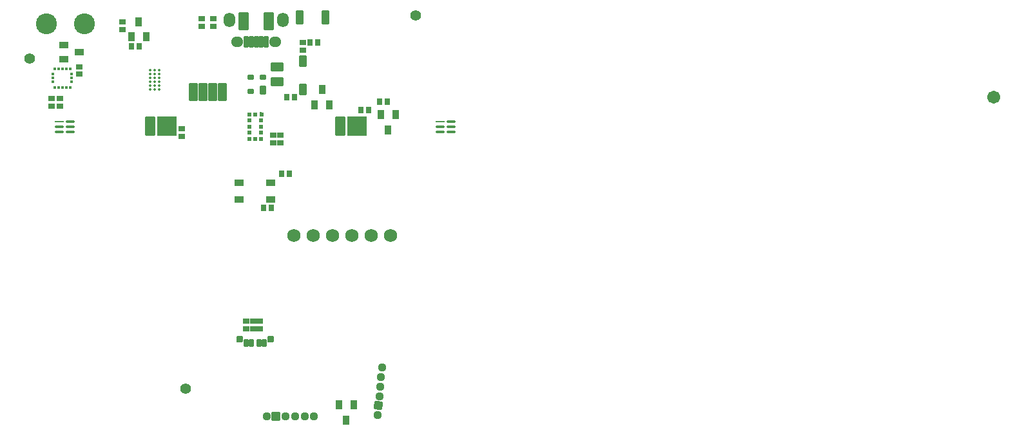
<source format=gbr>
%TF.GenerationSoftware,KiCad,Pcbnew,9.0.6*%
%TF.CreationDate,2025-12-03T15:23:28+01:00*%
%TF.ProjectId,Spinmodule,5370696e-6d6f-4647-956c-652e6b696361,rev?*%
%TF.SameCoordinates,Original*%
%TF.FileFunction,Soldermask,Top*%
%TF.FilePolarity,Negative*%
%FSLAX46Y46*%
G04 Gerber Fmt 4.6, Leading zero omitted, Abs format (unit mm)*
G04 Created by KiCad (PCBNEW 9.0.6) date 2025-12-03 15:23:28*
%MOMM*%
%LPD*%
G01*
G04 APERTURE LIST*
G04 Aperture macros list*
%AMRoundRect*
0 Rectangle with rounded corners*
0 $1 Rounding radius*
0 $2 $3 $4 $5 $6 $7 $8 $9 X,Y pos of 4 corners*
0 Add a 4 corners polygon primitive as box body*
4,1,4,$2,$3,$4,$5,$6,$7,$8,$9,$2,$3,0*
0 Add four circle primitives for the rounded corners*
1,1,$1+$1,$2,$3*
1,1,$1+$1,$4,$5*
1,1,$1+$1,$6,$7*
1,1,$1+$1,$8,$9*
0 Add four rect primitives between the rounded corners*
20,1,$1+$1,$2,$3,$4,$5,0*
20,1,$1+$1,$4,$5,$6,$7,0*
20,1,$1+$1,$6,$7,$8,$9,0*
20,1,$1+$1,$8,$9,$2,$3,0*%
%AMFreePoly0*
4,1,12,0.580001,0.000000,0.580001,-0.250000,0.580000,-0.250001,0.500001,-0.250001,0.500001,-0.500000,0.500000,-0.500001,0.000000,-0.500001,-0.000001,-0.500000,-0.000001,0.000000,0.000000,0.000001,0.580000,0.000001,0.580001,0.000000,0.580001,0.000000,$1*%
G04 Aperture macros list end*
%ADD10C,1.703200*%
%ADD11RoundRect,0.101600X-0.400000X-0.850000X0.400000X-0.850000X0.400000X0.850000X-0.400000X0.850000X0*%
%ADD12RoundRect,0.101600X-0.525000X-0.325000X0.525000X-0.325000X0.525000X0.325000X-0.525000X0.325000X0*%
%ADD13RoundRect,0.101600X-1.164995X-1.190005X1.164995X-1.190005X1.164995X1.190005X-1.164995X1.190005X0*%
%ADD14RoundRect,0.101600X-0.550000X-1.190005X0.550000X-1.190005X0.550000X1.190005X-0.550000X1.190005X0*%
%ADD15RoundRect,0.101600X-0.330000X-0.330000X0.330000X-0.330000X0.330000X0.330000X-0.330000X0.330000X0*%
%ADD16RoundRect,0.101600X-0.200000X-0.400000X0.200000X-0.400000X0.200000X0.400000X-0.200000X0.400000X0*%
%ADD17C,2.743200*%
%ADD18R,0.450000X0.350000*%
%ADD19R,0.350000X0.450000*%
%ADD20C,0.350000*%
%ADD21R,1.308720X0.292470*%
%ADD22RoundRect,0.146235X-0.508125X-0.000010X0.508125X-0.000010X0.508125X0.000010X-0.508125X0.000010X0*%
%ADD23C,0.450000*%
%ADD24R,0.500000X0.500000*%
%ADD25FreePoly0,90.000000*%
%ADD26RoundRect,0.101600X-0.350000X-0.500000X0.350000X-0.500000X0.350000X0.500000X-0.350000X0.500000X0*%
%ADD27RoundRect,0.060000X-0.350000X0.300000X-0.350000X-0.300000X0.350000X-0.300000X0.350000X0.300000X0*%
%ADD28RoundRect,0.060000X0.350000X-0.300000X0.350000X0.300000X-0.350000X0.300000X-0.350000X-0.300000X0*%
%ADD29RoundRect,0.060000X0.300000X0.350000X-0.300000X0.350000X-0.300000X-0.350000X0.300000X-0.350000X0*%
%ADD30RoundRect,0.101600X0.350000X0.500000X-0.350000X0.500000X-0.350000X-0.500000X0.350000X-0.500000X0*%
%ADD31C,1.743200*%
%ADD32C,1.403200*%
%ADD33RoundRect,0.101600X0.725000X-0.500000X0.725000X0.500000X-0.725000X0.500000X-0.725000X-0.500000X0*%
%ADD34RoundRect,0.060000X-0.300000X-0.350000X0.300000X-0.350000X0.300000X0.350000X-0.300000X0.350000X0*%
%ADD35RoundRect,0.101600X-0.375000X0.675000X-0.375000X-0.675000X0.375000X-0.675000X0.375000X0.675000X0*%
%ADD36RoundRect,0.101600X-0.450000X-1.100000X0.450000X-1.100000X0.450000X1.100000X-0.450000X1.100000X0*%
%ADD37RoundRect,0.101600X0.200000X0.675000X-0.200000X0.675000X-0.200000X-0.675000X0.200000X-0.675000X0*%
%ADD38O,1.528200X1.903200*%
%ADD39O,1.603200X1.353200*%
%ADD40RoundRect,0.101600X0.550000X1.050000X-0.550000X1.050000X-0.550000X-1.050000X0.550000X-1.050000X0*%
%ADD41RoundRect,0.101600X0.300000X-0.450000X0.300000X0.450000X-0.300000X0.450000X-0.300000X-0.450000X0*%
%ADD42RoundRect,0.101600X0.300000X-0.250000X0.300000X0.250000X-0.300000X0.250000X-0.300000X-0.250000X0*%
%ADD43RoundRect,0.101600X-0.500000X0.350000X-0.500000X-0.350000X0.500000X-0.350000X0.500000X0.350000X0*%
%ADD44C,1.120000*%
%ADD45RoundRect,0.060000X-0.500000X-0.500000X0.500000X-0.500000X0.500000X0.500000X-0.500000X0.500000X0*%
%ADD46RoundRect,0.060000X0.454519X-0.541675X0.541675X0.454519X-0.454519X0.541675X-0.541675X-0.454519X0*%
G04 APERTURE END LIST*
D10*
%TO.C,M1*%
X246309260Y-89319370D03*
%TD*%
D11*
%TO.C,S1*%
X155149260Y-78859370D03*
X158549260Y-78859370D03*
%TD*%
D12*
%TO.C,S2*%
X147234240Y-100614370D03*
X151384240Y-100614370D03*
X147234240Y-102764370D03*
X151384240Y-102764370D03*
%TD*%
D13*
%TO.C,D5*%
X137682750Y-93125380D03*
D14*
X135507740Y-93125380D03*
%TD*%
D15*
%TO.C,D4*%
X147291260Y-121120390D03*
D16*
X150521260Y-121690390D03*
X149841260Y-121690390D03*
X148781260Y-121690390D03*
D15*
X151331260Y-121120390D03*
D16*
X148101260Y-121690390D03*
%TD*%
D13*
%TO.C,D3*%
X162682750Y-93125380D03*
D14*
X160507740Y-93125380D03*
%TD*%
D17*
%TO.C,BT1*%
X121892160Y-79689360D03*
X126892160Y-79689360D03*
%TD*%
D18*
%TO.C,U11*%
X122767950Y-87303600D03*
X122767950Y-86803600D03*
X122767950Y-86303600D03*
D19*
X122992950Y-85578600D03*
X123492950Y-85578600D03*
X123992950Y-85578600D03*
X124492950Y-85578600D03*
X124992950Y-85578600D03*
D18*
X125217950Y-86303600D03*
X125217950Y-86803600D03*
X125217950Y-87303600D03*
D19*
X124992950Y-88028600D03*
X124492950Y-88028600D03*
X123992950Y-88028600D03*
X123492950Y-88028600D03*
X122992950Y-88028600D03*
%TD*%
D20*
%TO.C,U10*%
X135492950Y-85728600D03*
X136692950Y-85728600D03*
X136092950Y-85728600D03*
X135492950Y-86238600D03*
X136692950Y-86238600D03*
X136092950Y-86238600D03*
X135492950Y-86748600D03*
X135492950Y-87258600D03*
X135492950Y-87768600D03*
X136692950Y-86748600D03*
X136692950Y-87258600D03*
X136692950Y-87768600D03*
X136692950Y-88278600D03*
X136092950Y-88278600D03*
X136092950Y-86748600D03*
X136092950Y-87258600D03*
X135492950Y-88278600D03*
X136092950Y-87768600D03*
%TD*%
D21*
%TO.C,U8*%
X173616240Y-92553600D03*
D22*
X173616240Y-93203600D03*
X173616240Y-93853600D03*
X175019660Y-93853600D03*
X175019660Y-93203600D03*
X175019660Y-92553600D03*
%TD*%
D21*
%TO.C,U7*%
X123616240Y-92553600D03*
D22*
X123616240Y-93203600D03*
X123616240Y-93853600D03*
X125019660Y-93853600D03*
X125019660Y-93203600D03*
X125019660Y-92553600D03*
%TD*%
D23*
%TO.C,U6*%
X150117950Y-91603600D03*
D24*
X149317950Y-91603600D03*
X149317950Y-94803600D03*
X148517950Y-91603600D03*
X148517950Y-92403600D03*
X148517950Y-93203600D03*
X148517950Y-94003600D03*
X148517950Y-94803600D03*
X150117950Y-94803600D03*
X150117950Y-94003600D03*
X150117950Y-93203600D03*
X150117950Y-92403600D03*
D25*
X149867950Y-91853600D03*
%TD*%
D26*
%TO.C,U3*%
X134025430Y-79375550D03*
X134975430Y-81375550D03*
X133075430Y-81375550D03*
%TD*%
D27*
%TO.C,R23*%
X149942950Y-118803600D03*
X149942950Y-119803600D03*
%TD*%
%TO.C,R22*%
X149042950Y-118803600D03*
X149042950Y-119803600D03*
%TD*%
D28*
%TO.C,R21*%
X139692950Y-94503600D03*
X139692950Y-93503600D03*
%TD*%
D27*
%TO.C,R20*%
X148142950Y-118803600D03*
X148142950Y-119803600D03*
%TD*%
D29*
%TO.C,R13*%
X164192950Y-91003600D03*
X163192950Y-91003600D03*
%TD*%
%TO.C,R12*%
X151392950Y-103903600D03*
X150392950Y-103903600D03*
%TD*%
D27*
%TO.C,R1*%
X155592950Y-83103600D03*
X155592950Y-82103600D03*
%TD*%
D30*
%TO.C,Q4*%
X166792950Y-93603600D03*
X165842950Y-91603600D03*
X167742950Y-91603600D03*
%TD*%
%TO.C,Q3*%
X161292950Y-131803600D03*
X160342950Y-129803600D03*
X162242950Y-129803600D03*
%TD*%
D26*
%TO.C,Q1*%
X158092950Y-88303600D03*
X159042950Y-90303600D03*
X157142950Y-90303600D03*
%TD*%
D31*
%TO.C,P3*%
X167092950Y-107503600D03*
X156932950Y-107503600D03*
X164552950Y-107503600D03*
X162012950Y-107503600D03*
X159472950Y-107503600D03*
X154392950Y-107503600D03*
%TD*%
D32*
%TO.C,FD5*%
X170392950Y-78603600D03*
%TD*%
%TO.C,FD2*%
X119692950Y-84203600D03*
%TD*%
%TO.C,FD1*%
X140192950Y-127703600D03*
%TD*%
D33*
%TO.C,F1*%
X152192950Y-85353600D03*
X152192950Y-87253600D03*
%TD*%
D28*
%TO.C,C41*%
X152592950Y-94303600D03*
X152592950Y-95303600D03*
%TD*%
%TO.C,C3*%
X131892950Y-79403600D03*
X131892950Y-80403600D03*
%TD*%
D34*
%TO.C,C2*%
X134092950Y-82603600D03*
X133092950Y-82603600D03*
%TD*%
D28*
%TO.C,C42*%
X122592950Y-90503600D03*
X122592950Y-89503600D03*
%TD*%
%TO.C,R35*%
X126192950Y-86303600D03*
X126192950Y-85303600D03*
%TD*%
%TO.C,C40*%
X151692950Y-95303600D03*
X151692950Y-94303600D03*
%TD*%
D27*
%TO.C,C60*%
X142292950Y-79003600D03*
X142292950Y-80003600D03*
%TD*%
D35*
%TO.C,D1*%
X155559230Y-84539370D03*
X155559230Y-88339360D03*
%TD*%
D34*
%TO.C,R34*%
X153492950Y-89303600D03*
X154492950Y-89303600D03*
%TD*%
D36*
%TO.C,U1*%
X141153520Y-88661390D03*
X142423520Y-88661390D03*
X143693520Y-88661390D03*
X144963520Y-88661390D03*
%TD*%
D29*
%TO.C,R29*%
X153792960Y-99403600D03*
X152792970Y-99403600D03*
%TD*%
D37*
%TO.C,USB1*%
X150744950Y-82053600D03*
X150094950Y-82053600D03*
X149444950Y-82053600D03*
X148794940Y-82053600D03*
X148144950Y-82053600D03*
D38*
X152944950Y-79153600D03*
D39*
X151944950Y-82053600D03*
D40*
X151094940Y-79353600D03*
X147794950Y-79353600D03*
D39*
X146944950Y-82053600D03*
D38*
X145944940Y-79153600D03*
%TD*%
D34*
%TO.C,R33*%
X165692950Y-89903600D03*
X166692950Y-89903600D03*
%TD*%
D41*
%TO.C,U2*%
X150292940Y-88353590D03*
D42*
X150292940Y-86653620D03*
X148692950Y-86653620D03*
X148692950Y-88553590D03*
%TD*%
D43*
%TO.C,Q5*%
X124192950Y-82453600D03*
X124192950Y-84353600D03*
X126192950Y-83403600D03*
%TD*%
D29*
%TO.C,R31*%
X157492930Y-82103610D03*
X156492930Y-82103610D03*
%TD*%
D27*
%TO.C,C43*%
X123692950Y-89503600D03*
X123692950Y-90503600D03*
%TD*%
D28*
%TO.C,R40*%
X143792950Y-80003600D03*
X143792950Y-79003600D03*
%TD*%
D44*
%TO.C,P2*%
X150809280Y-131289340D03*
D45*
X152059260Y-131289340D03*
D44*
X153309250Y-131289340D03*
X154559280Y-131289340D03*
X155809270Y-131289340D03*
X157059250Y-131289340D03*
%TD*%
%TO.C,P1*%
X165410160Y-131141660D03*
D46*
X165519130Y-129896460D03*
D44*
X165628090Y-128651200D03*
X165737008Y-127405940D03*
X165845970Y-126160730D03*
X165954890Y-124915470D03*
%TD*%
M02*

</source>
